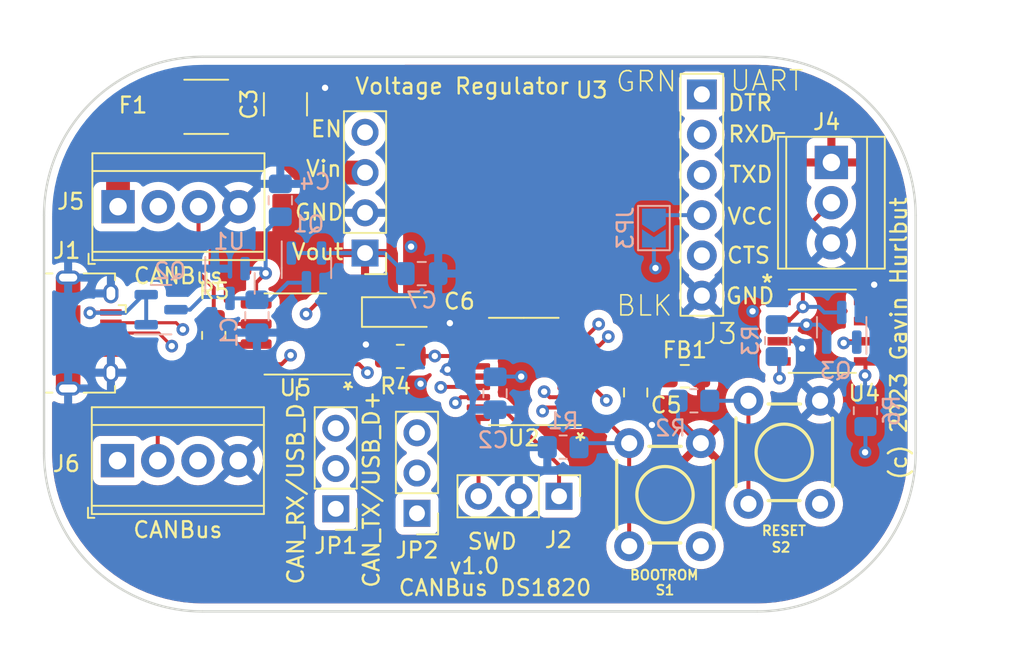
<source format=kicad_pcb>
(kicad_pcb (version 20211014) (generator pcbnew)
  (title_block (title "CANBus DS1820 Sensor") (date "2023-02-28") (rev "1.0") (company "Gavin Hurlbut"))
  (layers (0 "F.Cu" signal) (1 "In1.Cu" signal) (2 "In2.Cu" signal) (31 "B.Cu" signal) (34 "B.Paste" user) (35 "F.Paste" user) (36 "B.SilkS" user "B.Silkscreen") (37 "F.SilkS" user "F.Silkscreen") (38 "B.Mask" user) (39 "F.Mask" user) (44 "Edge.Cuts" user))
  (net 0 "")
  (net 1 "GND")
  (net 2 "+3V3")
  (net 3 "+5VP")
  (net 4 "+12V")
  (net 5 "+5V")
  (net 6 "+BATT")
  (net 7 "VBUS")
  (net 8 "USB_D-")
  (net 9 "USB_D+")
  (net 11 "CANH")
  (net 12 "CANL")
  (net 13 "CAN_RX")
  (net 14 "Net-(JP1-Pad2)")
  (net 15 "CAN_TX")
  (net 16 "Net-(JP2-Pad2)")
  (net 17 "Net-(R1-Pad1)")
  (net 18 "DQ")
  (net 19 "CAN_STBY")
  (net 20 "TXD2")
  (net 21 "RXD2")
  (net 22 "PCTLZ")
  (net 26 "SWDIO")
  (net 27 "SWDCLK")
  (net 28 "~{RESET}")
  (net 31 "/VDDA")
  (net 38 "SCL")
  (net 39 "SDA")
  (net 41 "Net-(J3-Pad4)")
  (footprint "Connector_PinHeader_2.54mm:PinHeader_1x03_P2.54mm_Vertical" (layer "F.Cu") (at 73.4 97.14 180)
    (fp_text reference "JP1" (at 0 -2.33) (layer "F.SilkS"))
    (fp_text value "CAN_RX/USB_D-" (at 2.525 1.565 90) (layer "F.SilkS"))
    (pad "1" thru_hole rect (at 0 0 180) (size 1.7 1.7) (drill 1) (layers *.Cu *.Mask) (net 13 "CAN_RX"))
    (pad "2" thru_hole oval (at 0 2.54 180) (size 1.7 1.7) (drill 1) (layers *.Cu *.Mask) (net 14 "Net-(JP1-Pad2)"))
    (pad "3" thru_hole oval (at 0 5.08 180) (size 1.7 1.7) (drill 1) (layers *.Cu *.Mask) (net 8 "USB_D-"))
  )
  (footprint "TerminalBlock_TE-Connectivity:TerminalBlock_TE_282834-4_1x04_P2.54mm_Horizontal" (layer "F.Cu") (at 59.625 94.1)
    (fp_text reference "J6" (at -3.225 0.2) (layer "F.SilkS"))
    (fp_text value "CANBus" (at 3.81 4.37) (layer "F.SilkS"))
    (pad "1" thru_hole rect (at 0 0) (size 2.1 2.1) (drill 1.1) (layers *.Cu *.Mask) (net 6 "+BATT"))
    (pad "2" thru_hole circle (at 2.54 0) (size 2.1 2.1) (drill 1.1) (layers *.Cu *.Mask) (net 11 "CANH"))
    (pad "3" thru_hole circle (at 5.08 0) (size 2.1 2.1) (drill 1.1) (layers *.Cu *.Mask) (net 12 "CANL"))
    (pad "4" thru_hole circle (at 7.62 0) (size 2.1 2.1) (drill 1.1) (layers *.Cu *.Mask) (net 1 "GND"))
  )
  (footprint "TerminalBlock_TE-Connectivity:TerminalBlock_TE_282834-3_1x03_P2.54mm_Horizontal" (layer "F.Cu") (at 104.675 75.285 -90)
    (fp_text reference "J4" (at -2.56 0.3 180) (layer "F.SilkS"))
    (fp_text value "3-pole terminal")
    (pad "1" thru_hole rect (at 0 0 270) (size 2.1 2.1) (drill 1.1) (layers *.Cu *.Mask) (net 2 "+3V3"))
    (pad "2" thru_hole circle (at 2.54 0 270) (size 2.1 2.1) (drill 1.1) (layers *.Cu *.Mask) (net 18 "DQ"))
    (pad "3" thru_hole circle (at 5.08 0 270) (size 2.1 2.1) (drill 1.1) (layers *.Cu *.Mask) (net 1 "GND"))
  )
  (footprint "Connector_PinHeader_2.54mm:PinHeader_1x03_P2.54mm_Vertical" (layer "F.Cu") (at 87.49 96.35 -90)
    (fp_text reference "J2" (at 2.75 0.04 180) (layer "F.SilkS"))
    (fp_text value "SWD" (at 2.85 4.215 180) (layer "F.SilkS"))
    (pad "1" thru_hole rect (at 0 0 270) (size 1.7 1.7) (drill 1) (layers *.Cu *.Mask) (net 26 "SWDIO"))
    (pad "2" thru_hole oval (at 0 2.54 270) (size 1.7 1.7) (drill 1) (layers *.Cu *.Mask) (net 1 "GND"))
    (pad "3" thru_hole oval (at 0 5.08 270) (size 1.7 1.7) (drill 1) (layers *.Cu *.Mask) (net 27 "SWDCLK"))
  )
  (footprint "Resistor_SMD:R_0805_2012Metric_Pad1.20x1.40mm_HandSolder" (layer "F.Cu") (at 65.7 86.2 90)
    (fp_text reference "R5" (at 2.8 0.025 180) (layer "F.SilkS"))
    (fp_text value "120R")
    (pad "1" smd roundrect (at -1 0 90) (size 1.2 1.4) (layers "F.Cu" "F.Paste" "F.Mask") (roundrect_rratio 0.2083333333) (net 11 "CANH"))
    (pad "2" smd roundrect (at 1 0 90) (size 1.2 1.4) (layers "F.Cu" "F.Paste" "F.Mask") (roundrect_rratio 0.2083333333) (net 12 "CANL"))
  )
  (footprint "Capacitor_SMD:C_0805_2012Metric_Pad1.18x1.45mm_HandSolder" (layer "F.Cu") (at 92.325 89.8 -90)
    (fp_text reference "C5" (at 0.8 -1.925 180) (layer "F.SilkS"))
    (fp_text value "100nF")
    (pad "1" smd roundrect (at -1.0375 0 270) (size 1.175 1.45) (layers "F.Cu" "F.Paste" "F.Mask") (roundrect_rratio 0.2127659574) (net 31 "/VDDA"))
    (pad "2" smd roundrect (at 1.0375 0 270) (size 1.175 1.45) (layers "F.Cu" "F.Paste" "F.Mask") (roundrect_rratio 0.2127659574) (net 1 "GND"))
  )
  (footprint "SparkFun-Switches:TACTILE_SWITCH_PTH_6.0MM" (layer "F.Cu") (at 94.175 96.25 -90)
    (fp_text reference "S1" (at 6.025 0 180) (layer "F.SilkS") (effects (font (size 0.6096 0.6096) (thickness 0.127))))
    (fp_text value "BOOTROM" (at 5.075 0.05 180) (layer "F.SilkS") (effects (font (size 0.6096 0.6096) (thickness 0.127))))
    (pad "1" thru_hole circle locked (at -3.2512 -2.2606 270) (size 1.8796 1.8796) (drill 1.016) (layers *.Cu *.Mask) (net 2 "+3V3"))
    (pad "2" thru_hole circle locked (at 3.2512 -2.2606 270) (size 1.8796 1.8796) (drill 1.016) (layers *.Cu *.Mask))
    (pad "3" thru_hole circle locked (at -3.2512 2.2606 270) (size 1.8796 1.8796) (drill 1.016) (layers *.Cu *.Mask) (net 17 "Net-(R1-Pad1)"))
    (pad "4" thru_hole circle locked (at 3.2512 2.2606 270) (size 1.8796 1.8796) (drill 1.016) (layers *.Cu *.Mask))
  )
  (footprint "Resistor_SMD:R_0805_2012Metric_Pad1.20x1.40mm_HandSolder" (layer "F.Cu") (at 77.475 87.525)
    (fp_text reference "R4" (at -0.3 1.875 180) (layer "F.SilkS"))
    (fp_text value "100k")
    (pad "1" smd roundrect (at -1 0) (size 1.2 1.4) (layers "F.Cu" "F.Paste" "F.Mask") (roundrect_rratio 0.2083333333) (net 2 "+3V3"))
    (pad "2" smd roundrect (at 1 0) (size 1.2 1.4) (layers "F.Cu" "F.Paste" "F.Mask") (roundrect_rratio 0.2083333333) (net 19 "CAN_STBY"))
  )
  (footprint "Beirdo:FTDI-TARGET" (layer "F.Cu") (at 96.5 70.99 -90)
    (fp_text reference "J3" (at 15.11 -1.15) (layer "F.SilkS") (effects (font (size 1.27 1.27) (thickness 0.127))))
    (fp_text value "UART" (at -0.865 -4.1 180) (layer "F.SilkS") (effects (font (size 1.27 1.27) (thickness 0.1016))))
    (fp_text user "BLK" (at 13.335 3.625) (layer "F.SilkS") (effects (font (size 1.27 1.27) (thickness 0.1016))))
    (fp_text user "VCC" (at 7.6962 -3.048) (layer "F.SilkS"))
    (fp_text user "GND" (at 12.7254 -3.048) (layer "F.SilkS"))
    (fp_text user "DTR" (at 0.535 -3.05) (layer "F.SilkS"))
    (fp_text user "TXD" (at 5.0546 -3.0988) (layer "F.SilkS"))
    (fp_text user "GRN" (at -0.815 3.5) (layer "F.SilkS") (effects (font (size 1.27 1.27) (thickness 0.1016))))
    (fp_text user "RXD" (at 2.5146 -3.1496) (layer "F.SilkS"))
    (fp_text user "CTS" (at 10.16 -2.9464) (layer "F.SilkS"))
    (pad "1" thru_hole rect (at 0 0 270) (size 1.8796 1.8796) (drill 1.016) (layers *.Cu *.Paste *.Mask))
    (pad "2" thru_hole circle (at 2.54 0 270) (size 1.8796 1.8796) (drill 1.016) (layers *.Cu *.Paste *.Mask) (net 21 "RXD2"))
    (pad "3" thru_hole circle (at 5.08 0 270) (size 1.8796 1.8796) (drill 1.016) (layers *.Cu *.Paste *.Mask) (net 20 "TXD2"))
    (pad "4" thru_hole circle (at 7.62 0 270) (size 1.8796 1.8796) (drill 1.016) (layers *.Cu *.Paste *.Mask) (net 41 "Net-(J3-Pad4)"))
    (pad "5" thru_hole circle (at 10.16 0 270) (size 1.8796 1.8796) (drill 1.016) (layers *.Cu *.Paste *.Mask))
    (pad "6" thru_hole circle (at 12.7 0 270) (size 1.8796 1.8796) (drill 1.016) (layers *.Cu *.Paste *.Mask) (net 1 "GND"))
  )
  (footprint "Resistor_SMD:R_1812_4532Metric_Pad1.30x3.40mm_HandSolder" (layer "F.Cu") (at 65.225 71.775)
    (fp_text reference "F1" (at -4.625 -0.1) (layer "F.SilkS"))
    (fp_text value "3A Polyfuse")
    (pad "1" smd roundrect (at -2.225 0) (size 1.3 3.4) (layers "F.Cu" "F.Paste" "F.Mask") (roundrect_rratio 0.1923076923) (net 6 "+BATT"))
    (pad "2" smd roundrect (at 2.225 0) (size 1.3 3.4) (layers "F.Cu" "F.Paste" "F.Mask") (roundrect_rratio 0.1923076923) (net 4 "+12V"))
  )
  (footprint "Capacitor_Tantalum_SMD:CP_EIA-3216-10_Kemet-I_Pad1.58x1.35mm_HandSolder" (layer "F.Cu") (at 77.5375 84.725)
    (fp_text reference "C6" (at 3.6625 -0.675) (layer "F.SilkS"))
    (fp_text value "100uF Ta 6V")
    (pad "1" smd roundrect (at -1.4375 0) (size 1.575 1.35) (layers "F.Cu" "F.Paste" "F.Mask") (roundrect_rratio 0.1851851852) (net 5 "+5V"))
    (pad "2" smd roundrect (at 1.4375 0) (size 1.575 1.35) (layers "F.Cu" "F.Paste" "F.Mask") (roundrect_rratio 0.1851851852) (net 1 "GND"))
  )
  (footprint "TerminalBlock_TE-Connectivity:TerminalBlock_TE_282834-4_1x04_P2.54mm_Horizontal" (layer "F.Cu") (at 59.66 78.075)
    (fp_text reference "J5" (at -2.985 -0.325) (layer "F.SilkS"))
    (fp_text value "CANBus" (at 3.81 4.37) (layer "F.SilkS"))
    (pad "1" thru_hole rect (at 0 0) (size 2.1 2.1) (drill 1.1) (layers *.Cu *.Mask) (net 6 "+BATT"))
    (pad "2" thru_hole circle (at 2.54 0) (size 2.1 2.1) (drill 1.1) (layers *.Cu *.Mask) (net 11 "CANH"))
    (pad "3" thru_hole circle (at 5.08 0) (size 2.1 2.1) (drill 1.1) (layers *.Cu *.Mask) (net 12 "CANL"))
    (pad "4" thru_hole circle (at 7.62 0) (size 2.1 2.1) (drill 1.1) (layers *.Cu *.Mask) (net 1 "GND"))
  )
  (footprint "Capacitor_SMD:C_1210_3225Metric_Pad1.33x2.70mm_HandSolder" (layer "F.Cu") (at 70.225 71.6125 90)
    (fp_text reference "C3" (at 0 -2.3 90) (layer "F.SilkS"))
    (fp_text value "10uF 100V")
    (pad "1" smd roundrect (at -1.5625 0 90) (size 1.325 2.7) (layers "F.Cu" "F.Paste" "F.Mask") (roundrect_rratio 0.1886792453) (net 4 "+12V"))
    (pad "2" smd roundrect (at 1.5625 0 90) (size 1.325 2.7) (layers "F.Cu" "F.Paste" "F.Mask") (roundrect_rratio 0.1886792453) (net 1 "GND"))
  )
  (footprint "Package_SO:TSSOP-20_4.4x6.5mm_P0.65mm" (layer "F.Cu") (at 85.2625 88.475 180)
    (fp_text reference "U2" (at 0 -4.2) (layer "F.SilkS"))
    (fp_text value "STM32F042F6Px")
    (fp_text user "*" (at -3.57 -3.785 180 unlocked) (layer "F.SilkS"))
    (pad "1" smd roundrect (at -2.8625 -2.925 180) (size 1.475 0.4) (layers "F.Cu" "F.Paste" "F.Mask") (net 17 "Net-(R1-Pad1)"))
    (pad "2" smd roundrect (at -2.8625 -2.275 180) (size 1.475 0.4) (layers "F.Cu" "F.Paste" "F.Mask") (net 39 "SDA"))
    (pad "3" smd roundrect (at -2.8625 -1.625 180) (size 1.475 0.4) (layers "F.Cu" "F.Paste" "F.Mask") (net 38 "SCL"))
    (pad "4" smd roundrect (at -2.8625 -0.975 180) (size 1.475 0.4) (layers "F.Cu" "F.Paste" "F.Mask") (net 28 "~{RESET}"))
    (pad "5" smd roundrect (at -2.8625 -0.325 180) (size 1.475 0.4) (layers "F.Cu" "F.Paste" "F.Mask") (net 31 "/VDDA"))
    (pad "6" smd roundrect (at -2.8625 0.325 180) (size 1.475 0.4) (layers "F.Cu" "F.Paste" "F.Mask"))
    (pad "7" smd roundrect (at -2.8625 0.975 180) (size 1.475 0.4) (layers "F.Cu" "F.Paste" "F.Mask"))
    (pad "8" smd roundrect (at -2.8625 1.625 180) (size 1.475 0.4) (layers "F.Cu" "F.Paste" "F.Mask") (net 20 "TXD2"))
    (pad "9" smd roundrect (at -2.8625 2.275 180) (size 1.475 0.4) (layers "F.Cu" "F.Paste" "F.Mask") (net 21 "RXD2"))
    (pad "10" smd roundrect (at -2.8625 2.925 180) (size 1.475 0.4) (layers "F.Cu" "F.Paste" "F.Mask"))
    (pad "11" smd roundrect (at 2.8625 2.925 180) (size 1.475 0.4) (layers "F.Cu" "F.Paste" "F.Mask"))
    (pad "12" smd roundrect (at 2.8625 2.275 180) (size 1.475 0.4) (layers "F.Cu" "F.Paste" "F.Mask"))
    (pad "13" smd roundrect (at 2.8625 1.625 180) (size 1.475 0.4) (layers "F.Cu" "F.Paste" "F.Mask"))
    (pad "14" smd roundrect (at 2.8625 0.975 180) (size 1.475 0.4) (layers "F.Cu" "F.Paste" "F.Mask") (net 19 "CAN_STBY"))
    (pad "15" smd roundrect (at 2.8625 0.325 180) (size 1.475 0.4) (layers "F.Cu" "F.Paste" "F.Mask") (net 1 "GND"))
    (pad "16" smd roundrect (at 2.8625 -0.325 180) (size 1.475 0.4) (layers "F.Cu" "F.Paste" "F.Mask") (net 2 "+3V3"))
    (pad "17" smd roundrect (at 2.8625 -0.975 180) (size 1.475 0.4) (layers "F.Cu" "F.Paste" "F.Mask") (net 14 "Net-(JP1-Pad2)"))
    (pad "18" smd roundrect (at 2.8625 -1.625 180) (size 1.475 0.4) (layers "F.Cu" "F.Paste" "F.Mask") (net 16 "Net-(JP2-Pad2)"))
    (pad "19" smd roundrect (at 2.8625 -2.275 180) (size 1.475 0.4) (layers "F.Cu" "F.Paste" "F.Mask") (net 26 "SWDIO"))
    (pad "20" smd roundrect (at 2.8625 -2.925 180) (size 1.475 0.4) (layers "F.Cu" "F.Paste" "F.Mask") (net 27 "SWDCLK"))
  )
  (footprint "Beirdo:Switching_Regulator_Module" (layer "F.Cu") (at 75.275 81.1 180)
    (fp_text reference "U3" (at -14.275 10.375 unlocked) (layer "F.SilkS"))
    (fp_text value "Voltage Regulator" (at -6.1 10.625 180) (layer "F.SilkS"))
    (fp_text user "EN" (at 2.4638 7.9248 180) (layer "F.SilkS"))
    (fp_text user "GND" (at 2.921 2.667 180) (layer "F.SilkS"))
    (fp_text user "Vin" (at 2.6277 5.4224 180) (layer "F.SilkS"))
    (fp_text user "Vout" (at 3.0277 0.1724 180) (layer "F.SilkS"))
    (pad "1" thru_hole rect (at 0.0277 0.0974 180) (size 1.7 1.7) (drill 1) (layers *.Cu *.Mask) (net 5 "+5V"))
    (pad "2" thru_hole oval (at 0.0277 2.6374 180) (size 1.7 1.7) (drill 1) (layers *.Cu *.Mask) (net 1 "GND"))
    (pad "3" thru_hole oval (at 0.0277 5.1774 180) (size 1.7 1.7) (drill 1) (layers *.Cu *.Mask) (net 4 "+12V"))
    (pad "4" thru_hole oval (at 0.0277 7.7174 180) (size 1.7 1.7) (drill 1) (layers *.Cu *.Mask))
  )
  (footprint "SparkFun-Switches:TACTILE_SWITCH_PTH_6.0MM" (layer "F.Cu") (at 101.7 93.575 -90)
    (fp_text reference "S2" (at 6 0.2 180) (layer "F.SilkS") (effects (font (size 0.6096 0.6096) (thickness 0.127))))
    (fp_text value "RESET" (at 4.95 0.025 180) (layer "F.SilkS") (effects (font (size 0.6096 0.6096) (thickness 0.127))))
    (pad "1" thru_hole circle locked (at -3.2512 -2.2606 270) (size 1.8796 1.8796) (drill 1.016) (layers *.Cu *.Mask) (net 1 "GND"))
    (pad "2" thru_hole circle locked (at 3.2512 -2.2606 270) (size 1.8796 1.8796) (drill 1.016) (layers *.Cu *.Mask))
    (pad "3" thru_hole circle locked (at -3.2512 2.2606 270) (size 1.8796 1.8796) (drill 1.016) (layers *.Cu *.Mask) (net 28 "~{RESET}"))
    (pad "4" thru_hole circle locked (at 3.2512 2.2606 270) (size 1.8796 1.8796) (drill 1.016) (layers *.Cu *.Mask))
  )
  (footprint "UltraLibrarian:DS2482S-100&plus_" (layer "F.Cu") (at 104.10085 85.935)
    (fp_text reference "U4" (at 2.64915 3.915) (layer "F.SilkS"))
    (fp_text value "DS2482S-100+")
    (fp_text user "*" (at -3.475 -3.025) (layer "F.SilkS"))
    (fp_text user "*" (at -3.475 -3.025) (layer "F.SilkS"))
    (pad "1" smd rect locked (at -2.72415 -1.905) (size 1.4605 0.5334) (layers "F.Cu" "F.Paste" "F.Mask") (net 2 "+3V3"))
    (pad "2" smd rect locked (at -2.72415 -0.635) (size 1.4605 0.5334) (layers "F.Cu" "F.Paste" "F.Mask") (net 18 "DQ"))
    (pad "3" smd rect locked (at -2.72415 0.635) (size 1.4605 0.5334) (layers "F.Cu" "F.Paste" "F.Mask") (net 1 "GND"))
    (pad "4" smd rect locked (at -2.72415 1.905) (size 1.4605 0.5334) (layers "F.Cu" "F.Paste" "F.Mask") (net 38 "SCL"))
    (pad "5" smd rect locked (at 2.72415 1.905) (size 1.4605 0.5334) (layers "F.Cu" "F.Paste" "F.Mask") (net 39 "SDA"))
    (pad "6" smd rect locked (at 2.72415 0.635) (size 1.4605 0.5334) (layers "F.Cu" "F.Paste" "F.Mask") (net 22 "PCTLZ"))
    (pad "7" smd rect locked (at 2.72415 -0.635) (size 1.4605 0.5334) (layers "F.Cu" "F.Paste" "F.Mask") (net 1 "GND"))
    (pad "8" smd rect locked (at 2.72415 -1.905) (size 1.4605 0.5334) (layers "F.Cu" "F.Paste" "F.Mask") (net 1 "GND"))
  )
  (footprint "Connector_USB:USB_Micro-B_Amphenol_10118194_Horizontal" (layer "F.Cu") (at 57.81 86.05 -90)
    (fp_text reference "J1" (at -5.2 1.385 180) (layer "F.SilkS"))
    (fp_text value "USB_B_Micro")
    (pad "1" smd rect (at -1.3 -1.4 270) (size 0.4 1.35) (layers "F.Cu" "F.Paste" "F.Mask") (net 7 "VBUS"))
    (pad "2" smd rect (at -0.65 -1.4 270) (size 0.4 1.35) (layers "F.Cu" "F.Paste" "F.Mask") (net 8 "USB_D-"))
    (pad "3" smd rect (at 0 -1.4 270) (size 0.4 1.35) (layers "F.Cu" "F.Paste" "F.Mask") (net 9 "USB_D+"))
    (pad "4" smd rect (at 0.65 -1.4 270) (size 0.4 1.35) (layers "F.Cu" "F.Paste" "F.Mask"))
    (pad "5" smd rect (at 1.3 -1.4 270) (size 0.4 1.35) (layers "F.Cu" "F.Paste" "F.Mask") (net 1 "GND"))
    (pad "6" smd rect (at 1 1.3 270) (size 1.5 1.55) (layers "F.Cu" "F.Paste" "F.Mask") (net 1 "GND"))
    (pad "6" smd rect (at -1 1.3 270) (size 1.5 1.55) (layers "F.Cu" "F.Paste" "F.Mask") (net 1 "GND"))
    (pad "6" smd rect (at 2.9 1.3 270) (size 1.2 1.55) (layers "F.Cu" "F.Paste" "F.Mask") (net 1 "GND"))
    (pad "6" thru_hole oval (at -2.5 -1.4 270) (size 1.25 0.95) (drill oval 0.85 0.55) (layers *.Cu *.Mask) (net 1 "GND"))
    (pad "6" thru_hole oval (at -3.5 1.3 270) (size 0.89 1.55) (drill oval 0.5 1.15) (layers *.Cu *.Mask) (net 1 "GND"))
    (pad "6" thru_hole oval (at 3.5 1.3 270) (size 0.89 1.55) (drill oval 0.5 1.15) (layers *.Cu *.Mask) (net 1 "GND"))
    (pad "6" smd rect (at -2.9 1.3 270) (size 1.2 1.55) (layers "F.Cu" "F.Paste" "F.Mask") (net 1 "GND"))
    (pad "6" thru_hole oval (at 2.5 -1.4 270) (size 1.25 0.95) (drill oval 0.85 0.55) (layers *.Cu *.Mask) (net 1 "GND"))
  )
  (footprint "Beirdo:Altoid-Board-Outline" (layer "F.Cu") (at 55.05 68.6)
    (fp_text reference "BOARD" hide)
    (fp_text value "Altoid-Board-Outline")
    (fp_line (start 9.941268 0.017468) (end 44.941268 0.017468) (layer "Edge.Cuts") (width 0.15))
    (fp_line (start 54.941268 10.017468) (end 54.941268 25.017468) (layer "Edge.Cuts") (width 0.15))
    (fp_line (start -0.058732 10.017468) (end -0.058732 25.017468) (layer "Edge.Cuts") (width 0.15))
    (fp_line (start 9.941268 35.017468) (end 44.941268 35.017468) (layer "Edge.Cuts") (width 0.15))
    (fp_arc (start 54.941268 25.017468) (mid 52.012336 32.088536) (end 44.941268 35.017468) (layer "Edge.Cuts") (width 0.15))
    (fp_arc (start 9.941268 35.017468) (mid 2.870199 32.088536) (end -0.058732 25.017468) (layer "Edge.Cuts") (width 0.15))
    (fp_arc (start 44.941268 0.017468) (mid 52.012338 2.946399) (end 54.941268 10.017468) (layer "Edge.Cuts") (width 0.15))
    (fp_arc (start -0.058732 10.017468) (mid 2.8702 2.9464) (end 9.941268 0.017468) (layer "Edge.Cuts") (width 0.15))
  )
  (footprint "Connector_PinHeader_2.54mm:PinHeader_1x03_P2.54mm_Vertical" (layer "F.Cu") (at 78.525 97.425 180)
    (fp_text reference "JP2" (at 0 -2.33) (layer "F.SilkS"))
    (fp_text value "CAN_TX/USB_D+" (at 2.875 1.525 90) (layer "F.SilkS"))
    (pad "1" thru_hole rect (at 0 0 180) (size 1.7 1.7) (drill 1) (layers *.Cu *.Mask) (net 15 "CAN_TX"))
    (pad "2" thru_hole oval (at 0 2.54 180) (size 1.7 1.7) (drill 1) (layers *.Cu *.Mask) (net 16 "Net-(JP2-Pad2)"))
    (pad "3" thru_hole oval (at 0 5.08 180) (size 1.7 1.7) (drill 1) (layers *.Cu *.Mask) (net 9 "USB_D+"))
  )
  (footprint "Inductor_SMD:L_0805_2012Metric_Pad1.15x1.40mm_HandSolder" (layer "F.Cu") (at 95.425 88.775)
    (fp_text reference "FB1" (at 0 -1.65) (layer "F.SilkS"))
    (fp_text value "Ferrite")
    (pad "1" smd roundrect (at -1.025 0) (size 1.15 1.4) (layers "F.Cu" "F.Paste" "F.Mask") (roundrect_rratio 0.2173913043) (net 31 "/VDDA"))
    (pad "2" smd roundrect (at 1.025 0) (size 1.15 1.4) (layers "F.Cu" "F.Paste" "F.Mask") (roundrect_rratio 0.2173913043) (net 2 "+3V3"))
  )
  (footprint "Package_SO:SOIC-8_3.9x4.9mm_P1.27mm" (layer "F.Cu") (at 70.85 86.11 180)
    (fp_text reference "U5" (at 0 -3.4) (layer "F.SilkS"))
    (fp_text value "MCP2562HD")
    (fp_text user "*" (at -3.325 -2.95 180 unlocked) (layer "F.SilkS"))
    (pad "1" smd roundrect (at -2.475 -1.905 180) (size 1.95 0.6) (layers "F.Cu" "F.Paste" "F.Mask") (net 15 "CAN_TX"))
    (pad "2" smd roundrect (at -2.475 -0.635 180) (size 1.95 0.6) (layers "F.Cu" "F.Paste" "F.Mask") (net 1 "GND"))
    (pad "3" smd roundrect (at -2.475 0.635 180) (size 1.95 0.6) (layers "F.Cu" "F.Paste" "F.Mask") (net 5 "+5V"))
    (pad "4" smd roundrect (at -2.475 1.905 180) (size 1.95 0.6) (layers "F.Cu" "F.Paste" "F.Mask") (net 13 "CAN_RX"))
    (pad "5" smd roundrect (at 2.475 1.905 180) (size 1.95 0.6) (layers "F.Cu" "F.Paste" "F.Mask") (net 2 "+3V3"))
    (pad "6" smd roundrect (at 2.475 0.635 180) (size 1.95 0.6) (layers "F.Cu" "F.Paste" "F.Mask") (net 12 "CANL"))
    (pad "7" smd roundrect (at 2.475 -0.635 180) (size 1.95 0.6) (layers "F.Cu" "F.Paste" "F.Mask") (net 11 "CANH"))
    (pad "8" smd roundrect (at 2.475 -1.905 180) (size 1.95 0.6) (layers "F.Cu" "F.Paste" "F.Mask") (net 19 "CAN_STBY"))
  )
  (footprint "Capacitor_SMD:C_0805_2012Metric_Pad1.18x1.45mm_HandSolder" (layer "B.Cu") (at 78.825 82.3)
    (fp_text reference "C7" (at 0 1.68) (layer "B.SilkS") (effects (justify mirror)))
    (fp_text value "10uF")
    (pad "1" smd roundrect (at -1.0375 0) (size 1.175 1.45) (layers "B.Cu" "B.Paste" "B.Mask") (roundrect_rratio 0.2127659574) (net 5 "+5V"))
    (pad "2" smd roundrect (at 1.0375 0) (size 1.175 1.45) (layers "B.Cu" "B.Paste" "B.Mask") (roundrect_rratio 0.2127659574) (net 1 "GND"))
  )
  (footprint "Package_TO_SOT_SMD:SOT-23" (layer "B.Cu") (at 66.725 82.925 -90)
    (fp_text reference "U1" (at -2.65 0.05 180) (layer "B.SilkS") (effects (justify mirror)))
    (fp_text value "MCP1754S-3302xCB")
    (pad "1" smd roundrect (at -0.9375 0.95 270) (size 1.475 0.6) (layers "B.Cu" "B.Paste" "B.Mask") (net 1 "GND"))
    (pad "2" smd roundrect (at -0.9375 -0.95 270) (size 1.475 0.6) (layers "B.Cu" "B.Paste" "B.Mask") (net 2 "+3V3"))
    (pad "3" smd roundrect (at 0.9375 0 270) (size 1.475 0.6) (layers "B.Cu" "B.Paste" "B.Mask") (net 3 "+5VP"))
  )
  (footprint "Resistor_SMD:R_0805_2012Metric_Pad1.20x1.40mm_HandSolder" (layer "B.Cu") (at 87.75 93.25 180)
    (fp_text reference "R1" (at 0 1.65) (layer "B.SilkS") (effects (justify mirror)))
    (fp_text value "10k")
    (pad "1" smd roundrect (at -1 0 180) (size 1.2 1.4) (layers "B.Cu" "B.Paste" "B.Mask") (roundrect_rratio 0.2083333333) (net 17 "Net-(R1-Pad1)"))
    (pad "2" smd roundrect (at 1 0 180) (size 1.2 1.4) (layers "B.Cu" "B.Paste" "B.Mask") (roundrect_rratio 0.2083333333) (net 1 "GND"))
  )
  (footprint "Capacitor_SMD:C_0805_2012Metric_Pad1.18x1.45mm_HandSolder" (layer "B.Cu") (at 83.45 89.85 90)
    (fp_text reference "C2" (at -2.95 -0.125 180) (layer "B.SilkS") (effects (justify mirror)))
    (fp_text value "100nF")
    (pad "1" smd roundrect (at -1.0375 0 90) (size 1.175 1.45) (layers "B.Cu" "B.Paste" "B.Mask") (roundrect_rratio 0.2127659574) (net 1 "GND"))
    (pad "2" smd roundrect (at 1.0375 0 90) (size 1.175 1.45) (layers "B.Cu" "B.Paste" "B.Mask") (roundrect_rratio 0.2127659574) (net 2 "+3V3"))
  )
  (footprint "Resistor_SMD:R_0805_2012Metric_Pad1.20x1.40mm_HandSolder" (layer "B.Cu") (at 101.225 86.525 -90)
    (fp_text reference "R3" (at 0 1.65 90) (layer "B.SilkS") (effects (justify mirror)))
    (fp_text value "10k")
    (pad "1" smd roundrect (at -1 0 270) (size 1.2 1.4) (layers "B.Cu" "B.Paste" "B.Mask") (roundrect_rratio 0.2083333333) (net 2 "+3V3"))
    (pad "2" smd roundrect (at 1 0 270) (size 1.2 1.4) (layers "B.Cu" "B.Paste" "B.Mask") (roundrect_rratio 0.2083333333) (net 38 "SCL"))
  )
  (footprint "Capacitor_SMD:C_0805_2012Metric_Pad1.18x1.45mm_HandSolder" (layer "B.Cu") (at 69.9 77.675 90)
    (fp_text reference "C4" (at 1.175 2.2 180) (layer "B.SilkS") (effects (justify mirror)))
    (fp_text value "1uF")
    (pad "1" smd roundrect (at -1.0375 0 90) (size 1.175 1.45) (layers "B.Cu" "B.Paste" "B.Mask") (roundrect_rratio 0.2127659574) (net 2 "+3V3"))
    (pad "2" smd roundrect (at 1.0375 0 90) (size 1.175 1.45) (layers "B.Cu" "B.Paste" "B.Mask") (roundrect_rratio 0.2127659574) (net 1 "GND"))
  )
  (footprint "Package_TO_SOT_SMD:SOT-23" (layer "B.Cu") (at 105.325 85.6875 90)
    (fp_text reference "Q3" (at -2.7375 -0.375 180) (layer "B.SilkS") (effects (justify mirror)))
    (fp_text value "BSS84")
    (pad "1" smd roundrect (at -0.9375 0.95 90) (size 1.475 0.6) (layers "B.Cu" "B.Paste" "B.Mask") (net 22 "PCTLZ"))
    (pad "2" smd roundrect (at -0.9375 -0.95 90) (size 1.475 0.6) (layers "B.Cu" "B.Paste" "B.Mask") (net 2 "+3V3"))
    (pad "3" smd roundrect (at 0.9375 0 90) (size 1.475 0.6) (layers "B.Cu" "B.Paste" "B.Mask") (net 18 "DQ"))
  )
  (footprint "Resistor_SMD:R_0805_2012Metric_Pad1.20x1.40mm_HandSolder" (layer "B.Cu") (at 106.825 90.95 90)
    (fp_text reference "R6" (at 0 1.65 90) (layer "B.SilkS") (effects (justify mirror)))
    (fp_text value "10k")
    (pad "1" smd roundrect (at -1 0 90) (size 1.2 1.4) (layers "B.Cu" "B.Paste" "B.Mask") (roundrect_rratio 0.2083333333) (net 2 "+3V3"))
    (pad "2" smd roundrect (at 1 0 90) (size 1.2 1.4) (layers "B.Cu" "B.Paste" "B.Mask") (roundrect_rratio 0.2083333333) (net 39 "SDA"))
  )
  (footprint "Capacitor_SMD:C_0805_2012Metric_Pad1.18x1.45mm_HandSolder" (layer "B.Cu") (at 68.425 84.9875 -90)
    (fp_text reference "C1" (at 1.0125 1.75 90) (layer "B.SilkS") (effects (justify mirror)))
    (fp_text value "1uF")
    (pad "1" smd roundrect (at -1.0375 0 270) (size 1.175 1.45) (layers "B.Cu" "B.Paste" "B.Mask") (roundrect_rratio 0.2127659574) (net 3 "+5VP"))
    (pad "2" smd roundrect (at 1.0375 0 270) (size 1.175 1.45) (layers "B.Cu" "B.Paste" "B.Mask") (roundrect_rratio 0.2127659574) (net 1 "GND"))
  )
  (footprint "Package_TO_SOT_SMD:SOT-23" (layer "B.Cu") (at 62.375 84.575)
    (fp_text reference "Q2" (at 0.575 -2.45) (layer "B.SilkS") (effects (justify mirror)))
    (fp_text value "2N7002")
    (pad "1" smd roundrect (at -0.9375 0.95) (size 1.475 0.6) (layers "B.Cu" "B.Paste" "B.Mask") (net 7 "VBUS"))
    (pad "2" smd roundrect (at -0.9375 -0.95) (size 1.475 0.6) (layers "B.Cu" "B.Paste" "B.Mask") (net 7 "VBUS"))
    (pad "3" smd roundrect (at 0.9375 0) (size 1.475 0.6) (layers "B.Cu" "B.Paste" "B.Mask") (net 3 "+5VP"))
  )
  (footprint "Package_TO_SOT_SMD:SOT-23" (layer "B.Cu") (at 71.55 81.9375 -90)
    (fp_text reference "Q1" (at -2.7625 -0.125 180) (layer "B.SilkS") (effects (justify mirror)))
    (fp_text value "2N7002")
    (pad "1" smd roundrect (at -0.9375 0.95 270) (size 1.475 0.6) (layers "B.Cu" "B.Paste" "B.Mask") (net 5 "+5V"))
    (pad "2" smd roundrect (at -0.9375 -0.95 270) (size 1.475 0.6) (layers "B.Cu" "B.Paste" "B.Mask") (net 5 "+5V"))
    (pad "3" smd roundrect (at 0.9375 0 270) (size 1.475 0.6) (layers "B.Cu" "B.Paste" "B.Mask") (net 3 "+5VP"))
  )
  (footprint "Jumper:SolderJumper-2_P1.3mm_Open_TrianglePad1.0x1.5mm" (layer "B.Cu") (at 93.475 79.425 -90)
    (fp_text reference "JP3" (at 0 1.8 90) (layer "B.SilkS") (effects (justify mirror)))
    (fp_text value "UART 3.3V")
    (pad "1" smd custom (at -0.725 0 270) (size 0.3 0.3) (layers "B.Cu" "B.Mask") (net 41 "Net-(J3-Pad4)") (options (clearance outline) (anchor rect)) (primitives (gr_poly (pts (xy 1 0) (xy 0.5 -0.75) (xy -0.5 -0.75) (xy -0.5 0.75) (xy 0.5 0.75)) (width 0) (fill yes))))
    (pad "2" smd custom (at 0.725 0 270) (size 0.3 0.3) (layers "B.Cu" "B.Mask") (net 2 "+3V3") (options (clearance outline) (anchor rect)) (primitives (gr_poly (pts (xy 0.5 -0.75) (xy -0.65 -0.75) (xy -0.15 0) (xy -0.65 0.75) (xy 0.5 0.75)) (width 0) (fill yes))))
  )
  (footprint "Resistor_SMD:R_0805_2012Metric_Pad1.20x1.40mm_HandSolder" (layer "B.Cu") (at 96 90.325)
    (fp_text reference "R2" (at -1.475 1.725) (layer "B.SilkS") (effects (justify mirror)))
    (fp_text value "10k")
    (pad "1" smd roundrect (at -1 0) (size 1.2 1.4) (layers "B.Cu" "B.Paste" "B.Mask") (roundrect_rratio 0.2083333333) (net 2 "+3V3"))
    (pad "2" smd roundrect (at 1 0) (size 1.2 1.4) (layers "B.Cu" "B.Paste" "B.Mask") (roundrect_rratio 0.2083333333) (net 28 "~{RESET}"))
  )
  (gr_text "CANBus DS1820" (at 83.45 102.125) (layer "F.SilkS") (effects (font (size 1 1))))
  (gr_text "v1.0" (at 82.15 100.75) (layer "F.SilkS") (effects (font (size 1 1))))
  (gr_text "(c) 2023 Gavin Hurlbut" (at 108.925 86.4 90) (layer "F.SilkS") (effects (font (size 1 1))))
  (segment (start 101.3767 86.57) (end 102.37 86.57) (width 0.25) (layer "F.Cu") (net 1))
  (segment (start 70.225 70.05) (end 72.2 70.05) (width 1.5) (layer "F.Cu") (net 1))
  (segment (start 102.37 86.57) (end 102.825 87.025) (width 0.25) (layer "F.Cu") (net 1))
  (segment (start 75.3 86.775) (end 73.355 86.775) (width 0.25) (layer "F.Cu") (net 1))
  (segment (start 92.3375 90.8375) (end 93.35 91.85) (width 0.25) (layer "F.Cu") (net 1))
  (segment (start 72.2 70.05) (end 72.725 70.575) (width 1.5) (layer "F.Cu") (net 1))
  (segment (start 78.975 84.725) (end 80.175 84.725) (width 0.25) (layer "F.Cu") (net 1))
  (segment (start 106.825 83.55) (end 107.375 83) (width 0.25) (layer "F.Cu") (net 1))
  (segment (start 80.6 85.15) (end 80.6 85.425) (width 0.25) (layer "F.Cu") (net 1))
  (segment (start 73.355 86.775) (end 73.325 86.745) (width 0.25) (layer "F.Cu") (net 1))
  (segment (start 106.825 84.03) (end 106.825 83.55) (width 0.25) (layer "F.Cu") (net 1))
  (segment (start 92.325 90.8375) (end 92.3375 90.8375) (width 0.25) (layer "F.Cu") (net 1))
  (segment (start 106.825 85.3) (end 106.825 84.03) (width 0.25) (layer "F.Cu") (net 1))
  (segment (start 80.175 84.725) (end 80.6 85.15) (width 0.25) (layer "F.Cu") (net 1))
  (segment (start 56.51 87.05) (end 56.51 89.55) (width 0.25) (layer "F.Cu") (net 1))
  (segment (start 56.51 85.05) (end 56.51 82.55) (width 0.25) (layer "F.Cu") (net 1))
  (segment (start 59.21 87.35) (end 59.21 88.55) (width 0.25) (layer "F.Cu") (net 1))
  (segment (start 80.65 88.15) (end 80.45 88.35) (width 0.25) (layer "F.Cu") (net 1))
  (segment (start 82.4 88.15) (end 80.65 88.15) (width 0.25) (layer "F.Cu") (net 1))
  (via (at 80.45 88.35) (size 0.8) (drill 0.4) (layers "F.Cu" "B.Cu") (net 1))
  (via (at 102.825 87.025) (size 0.8) (drill 0.4) (layers "F.Cu" "B.Cu") (net 1))
  (via (at 72.725 70.575) (size 0.8) (drill 0.4) (layers "F.Cu" "B.Cu") (net 1))
  (via (at 93.35 91.85) (size 0.8) (drill 0.4) (layers "F.Cu" "B.Cu") (net 1))
  (via (at 80.6 85.425) (size 0.8) (drill 0.4) (layers "F.Cu" "B.Cu") (net 1))
  (via (at 75.3 86.775) (size 0.8) (drill 0.4) (layers "F.Cu" "B.Cu") (net 1))
  (via (at 107.375 83) (size 0.8) (drill 0.4) (layers "F.Cu" "B.Cu") (net 1))
  (segment (start 77.175 89.25) (end 76.475 88.55) (width 0.25) (layer "F.Cu") (net 2))
  (segment (start 68.375 82.875) (end 68.975 82.275) (width 0.25) (layer "F.Cu") (net 2))
  (segment (start 100.345 84.03) (end 99.7 84.675) (width 0.25) (layer "F.Cu") (net 2))
  (segment (start 68.375 84.205) (end 68.375 82.875) (width 0.25) (layer "F.Cu") (net 2))
  (segment (start 76.475 88.55) (end 76.475 87.525) (width 0.25) (layer "F.Cu") (net 2))
  (segment (start 101.3767 84.03) (end 100.345 84.03) (width 0.25) (layer "F.Cu") (net 2))
  (segment locked (start 82.4 88.8) (end 84.7 88.8) (width 0.25) (layer "F.Cu") (net 2))
  (segment (start 84.7 88.8) (end 85.1 88.8) (width 0.25) (layer "F.Cu") (net 2))
  (segment (start 78.75 89.25) (end 77.175 89.25) (width 0.25) (layer "F.Cu") (net 2))
  (via (at 103.1 85.525) (size 0.8) (drill 0.4) (layers "F.Cu" "B.Cu") (net 2))
  (via (at 78.15 80.6) (size 0.8) (drill 0.4) (layers "F.Cu" "B.Cu") (net 2))
  (via (at 85.1 88.8) (size 0.8) (drill 0.4) (layers "F.Cu" "B.Cu") (net 2))
  (via (at 93.575 81.95) (size 0.8) (drill 0.4) (layers "F.Cu" "B.Cu") (net 2))
  (via (at 78.75 89.25) (size 0.8) (drill 0.4) (layers "F.Cu" "B.Cu") (net 2))
  (via (at 68.975 82.275) (size 0.8) (drill 0.4) (layers "F.Cu" "B.Cu") (net 2))
  (via (at 99.7 84.675) (size 0.8) (drill 0.4) (layers "F.Cu" "B.Cu") (net 2))
  (via (at 106.8 93.575) (size 0.8) (drill 0.4) (layers "F.Cu" "B.Cu") (net 2))
  (segment (start 106.825 93.55) (end 106.8 93.575) (width 0.25) (layer "B.Cu") (net 2))
  (segment (start 83.4625 88.8) (end 83.45 88.8125) (width 0.25) (layer "B.Cu") (net 2))
  (segment (start 104.375 86.625) (end 104.375 85.975) (width 0.25) (layer "B.Cu") (net 2))
  (segment (start 68.6875 81.9875) (end 68.975 82.275) (width 0.25) (layer "B.Cu") (net 2))
  (segment (start 103.925 85.525) (end 103.1 85.525) (width 0.25) (layer "B.Cu") (net 2))
  (segment (start 85.1 88.8) (end 83.4625 88.8) (width 0.25) (layer "B.Cu") (net 2))
  (segment (start 104.375 85.975) (end 103.925 85.525) (width 0.25) (layer "B.Cu") (net 2))
  (segment (start 67.675 81.9875) (end 68.6875 81.9875) (width 0.25) (layer "B.Cu") (net 2))
  (segment (start 68.975 79.65) (end 68.975 82.275) (width 0.25) (layer "B.Cu") (net 2))
  (segment (start 69.9 78.725) (end 68.975 79.65) (width 0.25) (layer "B.Cu") (net 2))
  (segment (start 101.225 85.525) (end 103.1 85.525) (width 0.25) (layer "B.Cu") (net 2))
  (segment (start 95 90.325) (end 95 91.5632) (width 0.25) (layer "B.Cu") (net 2))
  (segment (start 93.475 80.15) (end 93.475 81.85) (width 0.25) (layer "B.Cu") (net 2))
  (segment (start 93.475 81.85) (end 93.575 81.95) (width 0.25) (layer "B.Cu") (net 2))
  (segment (start 106.825 91.95) (end 106.825 93.55) (width 0.25) (layer "B.Cu") (net 2))
  (segment (start 95 91.5632) (end 96.4356 92.9988) (width 0.25) (layer "B.Cu") (net 2))
  (segment (start 69.9 78.7125) (end 69.9 78.725) (width 0.25) (layer "B.Cu") (net 2))
  (segment (start 63.3125 84.575) (end 64.2 84.575) (width 0.25) (layer "B.Cu") (net 3))
  (segment (start 64.2 84.575) (end 65 83.775) (width 0.25) (layer "B.Cu") (net 3))
  (segment (start 68.425 83.95) (end 69.3 83.95) (width 0.25) (layer "B.Cu") (net 3))
  (segment (start 65 83.775) (end 66.675 83.775) (width 0.25) (layer "B.Cu") (net 3))
  (segment (start 70.375 82.875) (end 71.55 82.875) (width 0.25) (layer "B.Cu") (net 3))
  (segment (start 69.3 83.95) (end 70.375 82.875) (width 0.25) (layer "B.Cu") (net 3))
  (segment (start 68.3375 83.8625) (end 68.425 83.95) (width 0.25) (layer "B.Cu") (net 3))
  (segment (start 66.725 83.8625) (end 68.3375 83.8625) (width 0.25) (layer "B.Cu") (net 3))
  (segment (start 71.3976 75.9226) (end 75.2473 75.9226) (width 1.5) (layer "F.Cu") (net 4))
  (segment (start 67.45 71.775) (end 68.85 73.175) (width 1.5) (layer "F.Cu") (net 4))
  (segment (start 68.85 73.175) (end 70.225 73.175) (width 1.5) (layer "F.Cu") (net 4))
  (segment (start 70.225 74.75) (end 71.3976 75.9226) (width 1.5) (layer "F.Cu") (net 4))
  (segment (start 70.225 73.175) (end 70.225 74.75) (width 1.5) (layer "F.Cu") (net 4))
  (segment (start 73.325 85.475) (end 75.35 85.475) (width 0.25) (layer "F.Cu") (net 5))
  (segment (start 75.35 85.475) (end 76.1 84.725) (width 0.25) (layer "F.Cu") (net 5))
  (segment (start 77.7875 82.3) (end 76.4901 81.0026) (width 0.25) (layer "B.Cu") (net 5))
  (segment (start 72.5 81) (end 72.5026 81.0026) (width 0.25) (layer "B.Cu") (net 5))
  (segment (start 72.5 81) (end 70.6 81) (width 0.25) (layer "B.Cu") (net 5))
  (segment (start 76.4901 81.0026) (end 75.2473 81.0026) (width 0.25) (layer "B.Cu") (net 5))
  (segment (start 72.5026 81.0026) (end 75.2473 81.0026) (width 0.25) (layer "B.Cu") (net 5))
  (segment (start 59.625 78.11) (end 59.66 78.075) (width 0.25) (layer "F.Cu") (net 6))
  (segment (start 59.66 72.84) (end 60.725 71.775) (width 1.5) (layer "F.Cu") (net 6))
  (segment (start 59.66 78.075) (end 59.66 72.84) (width 1.5) (layer "F.Cu") (net 6))
  (segment (start 60.725 71.775) (end 63 71.775) (width 1.5) (layer "F.Cu") (net 6))
  (segment (start 57.909502 84.75) (end 57.884502 84.775) (width 0.25) (layer "F.Cu") (net 7))
  (segment (start 59.21 84.75) (end 57.909502 84.75) (width 0.25) (layer "F.Cu") (net 7))
  (via (at 57.884502 84.775) (size 0.8) (drill 0.4) (layers "F.Cu" "B.Cu") (net 7))
  (segment (start 57.884502 84.775) (end 60.125 84.775) (width 0.25) (layer "B.Cu") (net 7))
  (segment (start 60.125 84.775) (end 61.275 83.625) (width 0.25) (layer "B.Cu") (net 7))
  (segment (start 61.4375 85.525) (end 61.4375 83.625) (width 0.25) (layer "B.Cu") (net 7))
  (segment (start 61.275 83.625) (end 61.4375 83.625) (width 0.25) (layer "B.Cu") (net 7))
  (segment (start 59.21 85.4) (end 63.325 85.4) (width 0.2) (layer "F.Cu") (net 8))
  (segment (start 63.325 85.4) (end 63.75 85.825) (width 0.2) (layer "F.Cu") (net 8))
  (via (at 63.75 85.825) (size 0.8) (drill 0.4) (layers "F.Cu" "B.Cu") (net 8))
  (segment (start 62.225 86.05) (end 63.05 86.875) (width 0.2) (layer "F.Cu") (net 9))
  (segment (start 59.21 86.05) (end 62.225 86.05) (width 0.2) (layer "F.Cu") (net 9))
  (via (at 63.05 86.875) (size 0.8) (drill 0.4) (layers "F.Cu" "B.Cu") (net 9))
  (segment (start 65.7 87.2) (end 65.7 89) (width 0.25) (layer "F.Cu") (net 11))
  (segment (start 65.7 89) (end 62.165 92.535) (width 0.25) (layer "F.Cu") (net 11))
  (segment (start 66.155 86.745) (end 65.7 87.2) (width 0.25) (layer "F.Cu") (net 11))
  (segment (start 68.375 86.745) (end 66.155 86.745) (width 0.25) (layer "F.Cu") (net 11))
  (segment (start 62.165 92.535) (end 62.165 94.1) (width 0.25) (layer "F.Cu") (net 11))
  (segment (start 64.74 82.24) (end 64.74 78.075) (width 0.25) (layer "F.Cu") (net 12))
  (segment (start 65.7 83.2) (end 64.74 82.24) (width 0.25) (layer "F.Cu") (net 12))
  (segment (start 65.7 85.2) (end 65.7 83.2) (width 0.25) (layer "F.Cu") (net 12))
  (segment (start 68.375 85.475) (end 65.975 85.475) (width 0.25) (layer "F.Cu") (net 12))
  (segment (start 65.975 85.475) (end 65.7 85.2) (width 0.25) (layer "F.Cu") (net 12))
  (segment (start 73.325 84.205) (end 72.17 84.205) (width 0.25) (layer "F.Cu") (net 13))
  (segment (start 72.17 84.205) (end 71.525 84.85) (width 0.25) (layer "F.Cu") (net 13))
  (via (at 71.525 84.85) (size 0.8) (drill 0.4) (layers "F.Cu" "B.Cu") (net 13))
  (segment (start 80.05 89.45) (end 82.4 89.45) (width 0.25) (layer "F.Cu") (net 14))
  (segment (start 80.025 89.475) (end 80.05 89.45) (width 0.25) (layer "F.Cu") (net 14))
  (via (at 80.025 89.475) (size 0.8) (drill 0.4) (layers "F.Cu" "B.Cu") (net 14))
  (segment (start 74.865 88.015) (end 75.4 88.55) (width 0.25) (layer "F.Cu") (net 15))
  (segment (start 73.325 88.015) (end 74.865 88.015) (width 0.25) (layer "F.Cu") (net 15))
  (via (at 75.4 88.55) (size 0.8) (drill 0.4) (layers "F.Cu" "B.Cu") (net 15))
  (segment (start 81.3 90.1) (end 80.95 90.45) (width 0.25) (layer "F.Cu") (net 16))
  (segment (start 82.4 90.1) (end 81.3 90.1) (width 0.25) (layer "F.Cu") (net 16))
  (via (at 80.95 90.45) (size 0.8) (drill 0.4) (layers "F.Cu" "B.Cu") (net 16))
  (segment (start 88.125 91.4) (end 90.3156 91.4) (width 0.25) (layer "F.Cu") (net 17))
  (segment (start 91.9144 92.9988) (end 91.9144 99.5012) (width 0.25) (layer "F.Cu") (net 17))
  (segment (start 90.3156 91.4) (end 91.9144 92.9988) (width 0.25) (layer "F.Cu") (net 17))
  (segment (start 89.0012 92.9988) (end 91.9144 92.9988) (width 0.25) (layer "B.Cu") (net 17))
  (segment (start 88.75 93.25) (end 89.0012 92.9988) (width 0.25) (layer "B.Cu") (net 17))
  (segment (start 101.975 85.3) (end 102.875 84.4) (width 0.25) (layer "F.Cu") (net 18))
  (segment (start 102.875 79.625) (end 104.675 77.825) (width 0.25) (layer "F.Cu") (net 18))
  (segment (start 102.875 84.4) (end 102.875 79.625) (width 0.25) (layer "F.Cu") (net 18))
  (segment (start 101.3767 85.3) (end 101.975 85.3) (width 0.25) (layer "F.Cu") (net 18))
  (via (at 102.875 84.4) (size 0.8) (drill 0.4) (layers "F.Cu" "B.Cu") (net 18))
  (segment (start 104.225 84.75) (end 103.875 84.4) (width 0.25) (layer "B.Cu") (net 18))
  (segment (start 103.875 84.4) (end 102.875 84.4) (width 0.25) (layer "B.Cu") (net 18))
  (segment (start 105.325 84.75) (end 104.225 84.75) (width 0.25) (layer "B.Cu") (net 18))
  (segment (start 68.375 88.015) (end 69.985 88.015) (width 0.25) (layer "F.Cu") (net 19))
  (segment (start 78.475 87.525) (end 79.625 87.525) (width 0.25) (layer "F.Cu") (net 19))
  (segment (start 69.985 88.015) (end 70.55 87.45) (width 0.25) (layer "F.Cu") (net 19))
  (segment (start 79.625 87.525) (end 79.65 87.5) (width 0.25) (layer "F.Cu") (net 19))
  (segment (start 78.1 87.5) (end 79.65 87.5) (width 0.25) (layer "F.Cu") (net 19))
  (segment (start 82.4 87.5) (end 79.65 87.5) (width 0.25) (layer "F.Cu") (net 19))
  (via (at 70.55 87.45) (size 0.8) (drill 0.4) (layers "F.Cu" "B.Cu") (net 19))
  (via (at 79.65 87.5) (size 0.8) (drill 0.4) (layers "F.Cu" "B.Cu") (net 19))
  (segment (start 90.025 86.85) (end 90.6 86.275) (width 0.25) (layer "F.Cu") (net 20))
  (segment (start 88.125 86.85) (end 90.025 86.85) (width 0.25) (layer "F.Cu") (net 20))
  (via (at 90.6 86.275) (size 0.8) (drill 0.4) (layers "F.Cu" "B.Cu") (net 20))
  (segment (start 89.273362 86.2) (end 89.990592 85.48277) (width 0.25) (layer "F.Cu") (net 21))
  (segment (start 88.125 86.2) (end 89.273362 86.2) (width 0.25) (layer "F.Cu") (net 21))
  (via (at 89.990592 85.48277) (size 0.8) (drill 0.4) (layers "F.Cu" "B.Cu") (net 21))
  (segment (start 106.82 86.575) (end 106.825 86.57) (width 0.25) (layer "F.Cu") (net 22))
  (segment (start 105.555 86.57) (end 105.45 86.675) (width 0.25) (layer "F.Cu") (net 22))
  (segment (start 106.825 86.57) (end 105.555 86.57) (width 0.25) (layer "F.Cu") (net 22))
  (via (at 105.45 86.675) (size 0.8) (drill 0.4) (layers "F.Cu" "B.Cu") (net 22))
  (segment (start 105.45 86.675) (end 106.225 86.675) (width 0.25) (layer "B.Cu") (net 22))
  (segment (start 106.225 86.675) (end 106.275 86.625) (width 0.25) (layer "B.Cu") (net 22))
  (segment (start 82.4 90.75) (end 83.85 90.75) (width 0.25) (layer "F.Cu") (net 26))
  (segment (start 83.85 90.75) (end 87.49 94.39) (width 0.25) (layer "F.Cu") (net 26))
  (segment (start 87.49 94.39) (end 87.49 96.35) (width 0.25) (layer "F.Cu") (net 26))
  (segment (start 82.4 91.4) (end 82.41 91.41) (width 0.25) (layer "F.Cu") (net 27))
  (segment (start 82.41 91.41) (end 82.41 96.35) (width 0.25) (layer "F.Cu") (net 27))
  (segment (start 89.625 89.45) (end 90.475 90.3) (width 0.25) (layer "F.Cu") (net 28))
  (segment (start 99.4394 90.3238) (end 99.4394 96.8262) (width 0.25) (layer "F.Cu") (net 28))
  (segment (start 88.125 89.45) (end 89.625 89.45) (width 0.25) (layer "F.Cu") (net 28))
  (via (at 90.475 90.3) (size 0.8) (drill 0.4) (layers "F.Cu" "B.Cu") (net 28))
  (segment (start 99.4382 90.325) (end 99.4394 90.3238) (width 0.25) (layer "B.Cu") (net 28))
  (segment (start 97 90.325) (end 99.4382 90.325) (width 0.25) (layer "B.Cu") (net 28))
  (segment (start 92.2875 88.8) (end 92.325 88.7625) (width 0.25) (layer "F.Cu") (net 31))
  (segment (start 88.125 88.8) (end 92.2875 88.8) (width 0.25) (layer "F.Cu") (net 31))
  (segment (start 94.4 88.775) (end 92.3375 88.775) (width 0.25) (layer "F.Cu") (net 31))
  (segment (start 92.3375 88.775) (end 92.325 88.7625) (width 0.25) (layer "F.Cu") (net 31))
  (segment (start 86.9 90.1) (end 86.55 89.75) (width 0.25) (layer "F.Cu") (net 38))
  (segment (start 101.3767 87.84) (end 101.3767 88.8767) (width 0.25) (layer "F.Cu") (net 38))
  (segment (start 88.125 90.1) (end 86.9 90.1) (width 0.25) (layer "F.Cu") (net 38))
  (segment (start 101.3767 88.8767) (end 101.4 88.9) (width 0.25) (layer "F.Cu") (net 38))
  (via (at 86.55 89.75) (size 0.8) (drill 0.4) (layers "F.Cu" "B.Cu") (net 38))
  (via (at 101.4 88.9) (size 0.8) (drill 0.4) (layers "F.Cu" "B.Cu") (net 38))
  (segment (start 101.4 87.7) (end 101.225 87.525) (width 0.25) (layer "B.Cu") (net 38))
  (segment (start 101.4 88.9) (end 101.4 87.7) (width 0.25) (layer "B.Cu") (net 38))
  (segment (start 88.125 90.75) (end 86.675 90.75) (width 0.25) (layer "F.Cu") (net 39))
  (segment (start 106.825 87.84) (end 106.825 88.7) (width 0.25) (layer "F.Cu") (net 39))
  (segment (start 86.675 90.75) (end 86.45 90.975) (width 0.25) (layer "F.Cu") (net 39))
  (segment (start 106.825 88.7) (end 106.8 88.725) (width 0.25) (layer "F.Cu") (net 39))
  (via (at 106.8 88.725) (size 0.8) (drill 0.4) (layers "F.Cu" "B.Cu") (net 39))
  (via (at 86.45 90.975) (size 0.8) (drill 0.4) (layers "F.Cu" "B.Cu") (net 39))
  (segment (start 106.8 88.725) (end 106.8 89.925) (width 0.25) (layer "B.Cu") (net 39))
  (segment (start 106.8 89.925) (end 106.825 89.95) (width 0.25) (layer "B.Cu") (net 39))
  (segment (start 93.565 78.61) (end 96.5 78.61) (width 0.25) (layer "B.Cu") (net 41))
  (segment (start 93.475 78.7) (end 93.565 78.61) (width 0.25) (layer "B.Cu") (net 41))
  (zone (net 5) (net_name "+5V") (layer "F.Cu") (connect_pads (clearance 0.508)) (min_thickness 0.254) (fill yes (thermal_gap 0.508) (thermal_bridge_width 0.508))
    (polygon (pts (xy 77.325 89.75) (xy 60.45 89.725) (xy 60.5 79.7) (xy 69.4 79.625) (xy 69.4 77.275) (xy 77.325 77.225)))
  )
  (zone (net 2) (net_name "+3V3") (layer "F.Cu") (connect_pads (clearance 0.508)) (min_thickness 0.254) (fill yes (thermal_gap 0.508) (thermal_bridge_width 0.508))
    (polygon (pts (xy 111.225 105.75) (xy 53.8 105.975) (xy 54.05 90.25) (xy 77.65 90.05) (xy 77.65 67.775) (xy 111.025 67.575)))
  )
  (zone (net 1) (net_name "GND") (layer "B.Cu") (connect_pads (clearance 0.508)) (min_thickness 0.254) (fill yes (thermal_gap 0.508) (thermal_bridge_width 0.508) (smoothing fillet))
    (polygon (pts (xy 110.85 105.325) (xy 54.225 105.7) (xy 54.45 68.1) (xy 110.65 68.1)))
  )
)
</source>
